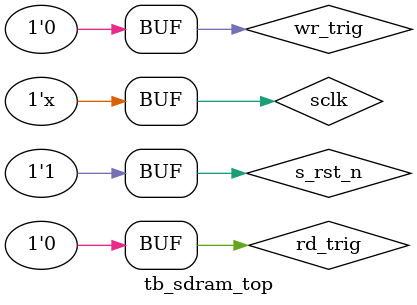
<source format=v>
`timescale   1ns/1ns
module tb_sdram_top();

reg					sclk;
reg					s_rst_n;

wire 				sdram_clk	;	
wire 				sdram_cke	;
wire 				sdram_cs_n	;
wire 				sdram_cas_n	;
wire 				sdram_ras_n	;
wire 				sdram_we_n	;
wire 	[  1:0]		sdram_bank	;
wire 	[11:0]		sdram_addr	;
wire 	[  1:0]		sdram_dqm	;
wire 	[15:0]		sdram_dq	;

reg					wr_trig		;
reg					rd_trig		;
initial begin
	wr_trig	<=	0;
	rd_trig	<= 	0;
	#205000
	wr_trig	<=	1;
	#20
	wr_trig	<=	0;
	#126500
	rd_trig	<=	1;
	#20
	rd_trig	<=	0;
end


initial begin
	sclk		=		1;
	s_rst_n	=		0;
	#100
	s_rst_n	<=		1;
end

always #10 sclk	=	~sclk;

defparam sdram_model_plus_inst.addr_bits 		=	12;
defparam sdram_model_plus_inst.data_bits 		= 	16;
defparam sdram_model_plus_inst.col_bits  		=	9;
defparam sdram_model_plus_inst.mem_sizes 	= 	2*1024*1024;		//2M

sdram_top	sdram_top_inst(
	.sclk			(sclk			),
	.s_rst_n		(s_rst_n		),
	// SDRAM Interfaces
	.sdram_clk	(sdram_clk	),
	.sdram_cke	(sdram_cke	),
	.sdram_cs_n	(sdram_cs_n	),
	.sdram_cas_n	(sdram_cas_n	),
	.sdram_ras_n	(sdram_ras_n	),
	.sdram_we_n	(sdram_we_n	),
	.sdram_bank	(sdram_bank	),
	.sdram_addr	(sdram_addr	),
	.sdram_dqm	(sdram_dqm	),
	.sdram_dq	(sdram_dq	),
	.wr_trig		(wr_trig		),
	.rd_trig		(rd_trig		)
);

sdram_model_plus	sdram_model_plus_inst (
	.Dq				(sdram_dq	), 
	.Addr			(sdram_addr	), 
	.Ba				(sdram_bank	), 
	.Clk				(sdram_clk	), 
	.Cke				(sdram_cke	), 
	.Cs_n			(sdram_cs_n	), 
	.Ras_n			(sdram_ras_n	), 
	.Cas_n			(sdram_cas_n	), 
	.We_n			(sdram_we_n	), 
	.Dqm			(sdram_dqm	),
	.Debug                    (1'b1		)
);
endmodule

</source>
